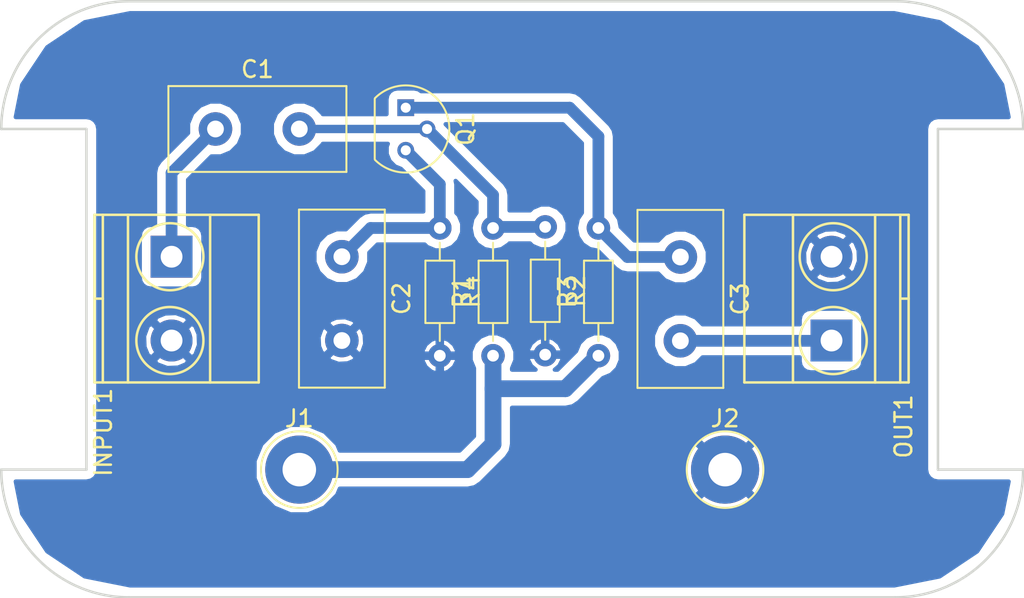
<source format=kicad_pcb>
(kicad_pcb (version 4) (host pcbnew 4.0.6)

  (general
    (links 16)
    (no_connects 0)
    (area 111.684999 76.124999 172.795001 111.835001)
    (thickness 1.6)
    (drawings 12)
    (tracks 24)
    (zones 0)
    (modules 12)
    (nets 8)
  )

  (page A4)
  (title_block
    (title "Single Transistor AMP")
  )

  (layers
    (0 F.Cu signal)
    (31 B.Cu signal)
    (32 B.Adhes user)
    (33 F.Adhes user)
    (34 B.Paste user)
    (35 F.Paste user)
    (36 B.SilkS user)
    (37 F.SilkS user)
    (38 B.Mask user)
    (39 F.Mask user)
    (40 Dwgs.User user)
    (41 Cmts.User user)
    (42 Eco1.User user)
    (43 Eco2.User user)
    (44 Edge.Cuts user)
    (45 Margin user)
    (46 B.CrtYd user)
    (47 F.CrtYd user)
    (48 B.Fab user)
    (49 F.Fab user)
  )

  (setup
    (last_trace_width 1)
    (user_trace_width 0.2)
    (user_trace_width 0.3)
    (user_trace_width 0.5)
    (user_trace_width 0.7)
    (user_trace_width 1)
    (user_trace_width 1.2)
    (trace_clearance 0.25)
    (zone_clearance 0.508)
    (zone_45_only no)
    (trace_min 0.2)
    (segment_width 0.2)
    (edge_width 0.15)
    (via_size 0.6)
    (via_drill 0.4)
    (via_min_size 0.4)
    (via_min_drill 0.3)
    (uvia_size 0.3)
    (uvia_drill 0.1)
    (uvias_allowed no)
    (uvia_min_size 0.2)
    (uvia_min_drill 0.1)
    (pcb_text_width 0.3)
    (pcb_text_size 1.5 1.5)
    (mod_edge_width 0.15)
    (mod_text_size 1 1)
    (mod_text_width 0.15)
    (pad_size 4.064 4.064)
    (pad_drill 2)
    (pad_to_mask_clearance 0.2)
    (aux_axis_origin 0 0)
    (visible_elements 7FFFFFFF)
    (pcbplotparams
      (layerselection 0x010f0_80000001)
      (usegerberextensions false)
      (excludeedgelayer true)
      (linewidth 0.100000)
      (plotframeref false)
      (viasonmask false)
      (mode 1)
      (useauxorigin false)
      (hpglpennumber 1)
      (hpglpenspeed 20)
      (hpglpendiameter 15)
      (hpglpenoverlay 2)
      (psnegative false)
      (psa4output false)
      (plotreference true)
      (plotvalue true)
      (plotinvisibletext false)
      (padsonsilk false)
      (subtractmaskfromsilk false)
      (outputformat 1)
      (mirror false)
      (drillshape 0)
      (scaleselection 1)
      (outputdirectory ""))
  )

  (net 0 "")
  (net 1 "Net-(C1-Pad1)")
  (net 2 "Net-(C1-Pad2)")
  (net 3 "Net-(C2-Pad1)")
  (net 4 GND)
  (net 5 "Net-(C3-Pad1)")
  (net 6 "Net-(C3-Pad2)")
  (net 7 +12V)

  (net_class Default "This is the default net class."
    (clearance 0.25)
    (trace_width 0.25)
    (via_dia 0.6)
    (via_drill 0.4)
    (uvia_dia 0.3)
    (uvia_drill 0.1)
    (add_net "Net-(C1-Pad1)")
    (add_net "Net-(C1-Pad2)")
    (add_net "Net-(C2-Pad1)")
    (add_net "Net-(C3-Pad1)")
    (add_net "Net-(C3-Pad2)")
  )

  (net_class Power ""
    (clearance 0.25)
    (trace_width 0.25)
    (via_dia 0.6)
    (via_drill 0.4)
    (uvia_dia 0.3)
    (uvia_drill 0.1)
    (add_net +12V)
    (add_net GND)
  )

  (module TO_SOT_Packages_THT:TO-92_Molded_Narrow (layer F.Cu) (tedit 58CE52AF) (tstamp 591F2A40)
    (at 135.89 82.55 270)
    (descr "TO-92 leads molded, narrow, drill 0.6mm (see NXP sot054_po.pdf)")
    (tags "to-92 sc-43 sc-43a sot54 PA33 transistor")
    (path /591F19E0)
    (fp_text reference Q1 (at 1.27 -3.56 270) (layer F.SilkS)
      (effects (font (size 1 1) (thickness 0.15)))
    )
    (fp_text value BC548 (at 1.27 2.79 270) (layer F.Fab)
      (effects (font (size 1 1) (thickness 0.15)))
    )
    (fp_text user %R (at 1.27 -3.56 270) (layer F.Fab)
      (effects (font (size 1 1) (thickness 0.15)))
    )
    (fp_line (start -0.53 1.85) (end 3.07 1.85) (layer F.SilkS) (width 0.12))
    (fp_line (start -0.5 1.75) (end 3 1.75) (layer F.Fab) (width 0.1))
    (fp_line (start -1.46 -2.73) (end 4 -2.73) (layer F.CrtYd) (width 0.05))
    (fp_line (start -1.46 -2.73) (end -1.46 2.01) (layer F.CrtYd) (width 0.05))
    (fp_line (start 4 2.01) (end 4 -2.73) (layer F.CrtYd) (width 0.05))
    (fp_line (start 4 2.01) (end -1.46 2.01) (layer F.CrtYd) (width 0.05))
    (fp_arc (start 1.27 0) (end 1.27 -2.48) (angle 135) (layer F.Fab) (width 0.1))
    (fp_arc (start 1.27 0) (end 1.27 -2.6) (angle -135) (layer F.SilkS) (width 0.12))
    (fp_arc (start 1.27 0) (end 1.27 -2.48) (angle -135) (layer F.Fab) (width 0.1))
    (fp_arc (start 1.27 0) (end 1.27 -2.6) (angle 135) (layer F.SilkS) (width 0.12))
    (pad 2 thru_hole circle (at 1.27 -1.27) (size 1 1) (drill 0.6) (layers *.Cu *.Mask)
      (net 2 "Net-(C1-Pad2)"))
    (pad 3 thru_hole circle (at 2.54 0) (size 1 1) (drill 0.6) (layers *.Cu *.Mask)
      (net 3 "Net-(C2-Pad1)"))
    (pad 1 thru_hole rect (at 0 0) (size 1 1) (drill 0.6) (layers *.Cu *.Mask)
      (net 5 "Net-(C3-Pad1)"))
    (model ${KISYS3DMOD}/TO_SOT_Packages_THT.3dshapes/TO-92_Molded_Narrow.wrl
      (at (xyz 0.05 0 0))
      (scale (xyz 1 1 1))
      (rotate (xyz 0 0 -90))
    )
  )

  (module Connectors:1pin (layer F.Cu) (tedit 591F642E) (tstamp 591F6473)
    (at 154.94 104.14)
    (descr "module 1 pin (ou trou mecanique de percage)")
    (tags DEV)
    (path /591F7874)
    (fp_text reference J2 (at 0 -3.048) (layer F.SilkS)
      (effects (font (size 1 1) (thickness 0.15)))
    )
    (fp_text value GND (at 0 3) (layer F.Fab)
      (effects (font (size 1 1) (thickness 0.15)))
    )
    (fp_circle (center 0 0) (end 2 0.8) (layer F.Fab) (width 0.1))
    (fp_circle (center 0 0) (end 2.6 0) (layer F.CrtYd) (width 0.05))
    (fp_circle (center 0 0) (end 0 -2.286) (layer F.SilkS) (width 0.12))
    (pad 1 thru_hole circle (at 0 0) (size 4.064 4.064) (drill 2) (layers *.Cu *.Mask)
      (net 4 GND))
  )

  (module Connectors_Terminal_Blocks:TerminalBlock_Pheonix_MKDS1.5-2pol (layer F.Cu) (tedit 563007E4) (tstamp 591F2A1A)
    (at 121.92 91.44 270)
    (descr "2-way 5mm pitch terminal block, Phoenix MKDS series")
    (path /591F2347)
    (fp_text reference INPUT1 (at 10.475 4.075 270) (layer F.SilkS)
      (effects (font (size 1 1) (thickness 0.15)))
    )
    (fp_text value SIGNAL (at 2.5 -6.6 270) (layer F.Fab)
      (effects (font (size 1 1) (thickness 0.15)))
    )
    (fp_line (start -2.7 -5.4) (end 7.7 -5.4) (layer F.CrtYd) (width 0.05))
    (fp_line (start -2.7 4.8) (end -2.7 -5.4) (layer F.CrtYd) (width 0.05))
    (fp_line (start 7.7 4.8) (end -2.7 4.8) (layer F.CrtYd) (width 0.05))
    (fp_line (start 7.7 -5.4) (end 7.7 4.8) (layer F.CrtYd) (width 0.05))
    (fp_line (start 2.5 4.1) (end 2.5 4.6) (layer F.SilkS) (width 0.15))
    (fp_circle (center 5 0.1) (end 3 0.1) (layer F.SilkS) (width 0.15))
    (fp_circle (center 0 0.1) (end 2 0.1) (layer F.SilkS) (width 0.15))
    (fp_line (start -2.5 2.6) (end 7.5 2.6) (layer F.SilkS) (width 0.15))
    (fp_line (start -2.5 -2.3) (end 7.5 -2.3) (layer F.SilkS) (width 0.15))
    (fp_line (start -2.5 4.1) (end 7.5 4.1) (layer F.SilkS) (width 0.15))
    (fp_line (start -2.5 4.6) (end 7.5 4.6) (layer F.SilkS) (width 0.15))
    (fp_line (start 7.5 4.6) (end 7.5 -5.2) (layer F.SilkS) (width 0.15))
    (fp_line (start 7.5 -5.2) (end -2.5 -5.2) (layer F.SilkS) (width 0.15))
    (fp_line (start -2.5 -5.2) (end -2.5 4.6) (layer F.SilkS) (width 0.15))
    (pad 1 thru_hole rect (at 0 0 270) (size 2.5 2.5) (drill 1.3) (layers *.Cu *.Mask)
      (net 1 "Net-(C1-Pad1)"))
    (pad 2 thru_hole circle (at 5 0 270) (size 2.5 2.5) (drill 1.3) (layers *.Cu *.Mask)
      (net 4 GND))
    (model Terminal_Blocks.3dshapes/TerminalBlock_Pheonix_MKDS1.5-2pol.wrl
      (at (xyz 0.0984 0 0))
      (scale (xyz 1 1 1))
      (rotate (xyz 0 0 0))
    )
  )

  (module Connectors_Terminal_Blocks:TerminalBlock_Pheonix_MKDS1.5-2pol (layer F.Cu) (tedit 563007E4) (tstamp 591F2A2E)
    (at 161.29 96.44 90)
    (descr "2-way 5mm pitch terminal block, Phoenix MKDS series")
    (path /591F2234)
    (fp_text reference OUT1 (at -5.125 4.3 90) (layer F.SilkS)
      (effects (font (size 1 1) (thickness 0.15)))
    )
    (fp_text value Signal (at 2.5 -6.6 90) (layer F.Fab)
      (effects (font (size 1 1) (thickness 0.15)))
    )
    (fp_line (start -2.7 -5.4) (end 7.7 -5.4) (layer F.CrtYd) (width 0.05))
    (fp_line (start -2.7 4.8) (end -2.7 -5.4) (layer F.CrtYd) (width 0.05))
    (fp_line (start 7.7 4.8) (end -2.7 4.8) (layer F.CrtYd) (width 0.05))
    (fp_line (start 7.7 -5.4) (end 7.7 4.8) (layer F.CrtYd) (width 0.05))
    (fp_line (start 2.5 4.1) (end 2.5 4.6) (layer F.SilkS) (width 0.15))
    (fp_circle (center 5 0.1) (end 3 0.1) (layer F.SilkS) (width 0.15))
    (fp_circle (center 0 0.1) (end 2 0.1) (layer F.SilkS) (width 0.15))
    (fp_line (start -2.5 2.6) (end 7.5 2.6) (layer F.SilkS) (width 0.15))
    (fp_line (start -2.5 -2.3) (end 7.5 -2.3) (layer F.SilkS) (width 0.15))
    (fp_line (start -2.5 4.1) (end 7.5 4.1) (layer F.SilkS) (width 0.15))
    (fp_line (start -2.5 4.6) (end 7.5 4.6) (layer F.SilkS) (width 0.15))
    (fp_line (start 7.5 4.6) (end 7.5 -5.2) (layer F.SilkS) (width 0.15))
    (fp_line (start 7.5 -5.2) (end -2.5 -5.2) (layer F.SilkS) (width 0.15))
    (fp_line (start -2.5 -5.2) (end -2.5 4.6) (layer F.SilkS) (width 0.15))
    (pad 1 thru_hole rect (at 0 0 90) (size 2.5 2.5) (drill 1.3) (layers *.Cu *.Mask)
      (net 6 "Net-(C3-Pad2)"))
    (pad 2 thru_hole circle (at 5 0 90) (size 2.5 2.5) (drill 1.3) (layers *.Cu *.Mask)
      (net 4 GND))
    (model Terminal_Blocks.3dshapes/TerminalBlock_Pheonix_MKDS1.5-2pol.wrl
      (at (xyz 0.0984 0 0))
      (scale (xyz 1 1 1))
      (rotate (xyz 0 0 0))
    )
  )

  (module Resistors_THT:R_Axial_DIN0204_L3.6mm_D1.6mm_P7.62mm_Horizontal (layer F.Cu) (tedit 5874F706) (tstamp 591F2A6C)
    (at 144.2085 89.662 270)
    (descr "Resistor, Axial_DIN0204 series, Axial, Horizontal, pin pitch=7.62mm, 0.16666666666666666W = 1/6W, length*diameter=3.6*1.6mm^2, http://cdn-reichelt.de/documents/datenblatt/B400/1_4W%23YAG.pdf")
    (tags "Resistor Axial_DIN0204 series Axial Horizontal pin pitch 7.62mm 0.16666666666666666W = 1/6W length 3.6mm diameter 1.6mm")
    (path /591F1B97)
    (fp_text reference R2 (at 3.81 -1.86 270) (layer F.SilkS)
      (effects (font (size 1 1) (thickness 0.15)))
    )
    (fp_text value 6,8k (at 3.81 1.86 270) (layer F.Fab)
      (effects (font (size 1 1) (thickness 0.15)))
    )
    (fp_line (start 2.01 -0.8) (end 2.01 0.8) (layer F.Fab) (width 0.1))
    (fp_line (start 2.01 0.8) (end 5.61 0.8) (layer F.Fab) (width 0.1))
    (fp_line (start 5.61 0.8) (end 5.61 -0.8) (layer F.Fab) (width 0.1))
    (fp_line (start 5.61 -0.8) (end 2.01 -0.8) (layer F.Fab) (width 0.1))
    (fp_line (start 0 0) (end 2.01 0) (layer F.Fab) (width 0.1))
    (fp_line (start 7.62 0) (end 5.61 0) (layer F.Fab) (width 0.1))
    (fp_line (start 1.95 -0.86) (end 1.95 0.86) (layer F.SilkS) (width 0.12))
    (fp_line (start 1.95 0.86) (end 5.67 0.86) (layer F.SilkS) (width 0.12))
    (fp_line (start 5.67 0.86) (end 5.67 -0.86) (layer F.SilkS) (width 0.12))
    (fp_line (start 5.67 -0.86) (end 1.95 -0.86) (layer F.SilkS) (width 0.12))
    (fp_line (start 0.88 0) (end 1.95 0) (layer F.SilkS) (width 0.12))
    (fp_line (start 6.74 0) (end 5.67 0) (layer F.SilkS) (width 0.12))
    (fp_line (start -0.95 -1.15) (end -0.95 1.15) (layer F.CrtYd) (width 0.05))
    (fp_line (start -0.95 1.15) (end 8.6 1.15) (layer F.CrtYd) (width 0.05))
    (fp_line (start 8.6 1.15) (end 8.6 -1.15) (layer F.CrtYd) (width 0.05))
    (fp_line (start 8.6 -1.15) (end -0.95 -1.15) (layer F.CrtYd) (width 0.05))
    (pad 1 thru_hole circle (at 0 0 270) (size 1.4 1.4) (drill 0.7) (layers *.Cu *.Mask)
      (net 2 "Net-(C1-Pad2)"))
    (pad 2 thru_hole oval (at 7.62 0 270) (size 1.4 1.4) (drill 0.7) (layers *.Cu *.Mask)
      (net 4 GND))
    (model Resistors_THT.3dshapes/R_Axial_DIN0204_L3.6mm_D1.6mm_P7.62mm_Horizontal.wrl
      (at (xyz 0 0 0))
      (scale (xyz 0.393701 0.393701 0.393701))
      (rotate (xyz 0 0 0))
    )
  )

  (module Resistors_THT:R_Axial_DIN0204_L3.6mm_D1.6mm_P7.62mm_Horizontal (layer F.Cu) (tedit 5874F706) (tstamp 591F2A82)
    (at 147.3835 97.3455 90)
    (descr "Resistor, Axial_DIN0204 series, Axial, Horizontal, pin pitch=7.62mm, 0.16666666666666666W = 1/6W, length*diameter=3.6*1.6mm^2, http://cdn-reichelt.de/documents/datenblatt/B400/1_4W%23YAG.pdf")
    (tags "Resistor Axial_DIN0204 series Axial Horizontal pin pitch 7.62mm 0.16666666666666666W = 1/6W length 3.6mm diameter 1.6mm")
    (path /591F1B24)
    (fp_text reference R3 (at 3.81 -1.86 90) (layer F.SilkS)
      (effects (font (size 1 1) (thickness 0.15)))
    )
    (fp_text value 4,7k (at 3.81 1.86 90) (layer F.Fab)
      (effects (font (size 1 1) (thickness 0.15)))
    )
    (fp_line (start 2.01 -0.8) (end 2.01 0.8) (layer F.Fab) (width 0.1))
    (fp_line (start 2.01 0.8) (end 5.61 0.8) (layer F.Fab) (width 0.1))
    (fp_line (start 5.61 0.8) (end 5.61 -0.8) (layer F.Fab) (width 0.1))
    (fp_line (start 5.61 -0.8) (end 2.01 -0.8) (layer F.Fab) (width 0.1))
    (fp_line (start 0 0) (end 2.01 0) (layer F.Fab) (width 0.1))
    (fp_line (start 7.62 0) (end 5.61 0) (layer F.Fab) (width 0.1))
    (fp_line (start 1.95 -0.86) (end 1.95 0.86) (layer F.SilkS) (width 0.12))
    (fp_line (start 1.95 0.86) (end 5.67 0.86) (layer F.SilkS) (width 0.12))
    (fp_line (start 5.67 0.86) (end 5.67 -0.86) (layer F.SilkS) (width 0.12))
    (fp_line (start 5.67 -0.86) (end 1.95 -0.86) (layer F.SilkS) (width 0.12))
    (fp_line (start 0.88 0) (end 1.95 0) (layer F.SilkS) (width 0.12))
    (fp_line (start 6.74 0) (end 5.67 0) (layer F.SilkS) (width 0.12))
    (fp_line (start -0.95 -1.15) (end -0.95 1.15) (layer F.CrtYd) (width 0.05))
    (fp_line (start -0.95 1.15) (end 8.6 1.15) (layer F.CrtYd) (width 0.05))
    (fp_line (start 8.6 1.15) (end 8.6 -1.15) (layer F.CrtYd) (width 0.05))
    (fp_line (start 8.6 -1.15) (end -0.95 -1.15) (layer F.CrtYd) (width 0.05))
    (pad 1 thru_hole circle (at 0 0 90) (size 1.4 1.4) (drill 0.7) (layers *.Cu *.Mask)
      (net 7 +12V))
    (pad 2 thru_hole oval (at 7.62 0 90) (size 1.4 1.4) (drill 0.7) (layers *.Cu *.Mask)
      (net 5 "Net-(C3-Pad1)"))
    (model Resistors_THT.3dshapes/R_Axial_DIN0204_L3.6mm_D1.6mm_P7.62mm_Horizontal.wrl
      (at (xyz 0 0 0))
      (scale (xyz 0.393701 0.393701 0.393701))
      (rotate (xyz 0 0 0))
    )
  )

  (module Resistors_THT:R_Axial_DIN0204_L3.6mm_D1.6mm_P7.62mm_Horizontal (layer F.Cu) (tedit 5874F706) (tstamp 591F2A98)
    (at 137.922 89.7255 270)
    (descr "Resistor, Axial_DIN0204 series, Axial, Horizontal, pin pitch=7.62mm, 0.16666666666666666W = 1/6W, length*diameter=3.6*1.6mm^2, http://cdn-reichelt.de/documents/datenblatt/B400/1_4W%23YAG.pdf")
    (tags "Resistor Axial_DIN0204 series Axial Horizontal pin pitch 7.62mm 0.16666666666666666W = 1/6W length 3.6mm diameter 1.6mm")
    (path /591F1C35)
    (fp_text reference R4 (at 3.81 -1.86 270) (layer F.SilkS)
      (effects (font (size 1 1) (thickness 0.15)))
    )
    (fp_text value 1,8k (at 3.81 1.86 270) (layer F.Fab)
      (effects (font (size 1 1) (thickness 0.15)))
    )
    (fp_line (start 2.01 -0.8) (end 2.01 0.8) (layer F.Fab) (width 0.1))
    (fp_line (start 2.01 0.8) (end 5.61 0.8) (layer F.Fab) (width 0.1))
    (fp_line (start 5.61 0.8) (end 5.61 -0.8) (layer F.Fab) (width 0.1))
    (fp_line (start 5.61 -0.8) (end 2.01 -0.8) (layer F.Fab) (width 0.1))
    (fp_line (start 0 0) (end 2.01 0) (layer F.Fab) (width 0.1))
    (fp_line (start 7.62 0) (end 5.61 0) (layer F.Fab) (width 0.1))
    (fp_line (start 1.95 -0.86) (end 1.95 0.86) (layer F.SilkS) (width 0.12))
    (fp_line (start 1.95 0.86) (end 5.67 0.86) (layer F.SilkS) (width 0.12))
    (fp_line (start 5.67 0.86) (end 5.67 -0.86) (layer F.SilkS) (width 0.12))
    (fp_line (start 5.67 -0.86) (end 1.95 -0.86) (layer F.SilkS) (width 0.12))
    (fp_line (start 0.88 0) (end 1.95 0) (layer F.SilkS) (width 0.12))
    (fp_line (start 6.74 0) (end 5.67 0) (layer F.SilkS) (width 0.12))
    (fp_line (start -0.95 -1.15) (end -0.95 1.15) (layer F.CrtYd) (width 0.05))
    (fp_line (start -0.95 1.15) (end 8.6 1.15) (layer F.CrtYd) (width 0.05))
    (fp_line (start 8.6 1.15) (end 8.6 -1.15) (layer F.CrtYd) (width 0.05))
    (fp_line (start 8.6 -1.15) (end -0.95 -1.15) (layer F.CrtYd) (width 0.05))
    (pad 1 thru_hole circle (at 0 0 270) (size 1.4 1.4) (drill 0.7) (layers *.Cu *.Mask)
      (net 3 "Net-(C2-Pad1)"))
    (pad 2 thru_hole oval (at 7.62 0 270) (size 1.4 1.4) (drill 0.7) (layers *.Cu *.Mask)
      (net 4 GND))
    (model Resistors_THT.3dshapes/R_Axial_DIN0204_L3.6mm_D1.6mm_P7.62mm_Horizontal.wrl
      (at (xyz 0 0 0))
      (scale (xyz 0.393701 0.393701 0.393701))
      (rotate (xyz 0 0 0))
    )
  )

  (module Resistors_THT:R_Axial_DIN0204_L3.6mm_D1.6mm_P7.62mm_Horizontal (layer F.Cu) (tedit 5874F706) (tstamp 591F62AE)
    (at 141.097 97.3455 90)
    (descr "Resistor, Axial_DIN0204 series, Axial, Horizontal, pin pitch=7.62mm, 0.16666666666666666W = 1/6W, length*diameter=3.6*1.6mm^2, http://cdn-reichelt.de/documents/datenblatt/B400/1_4W%23YAG.pdf")
    (tags "Resistor Axial_DIN0204 series Axial Horizontal pin pitch 7.62mm 0.16666666666666666W = 1/6W length 3.6mm diameter 1.6mm")
    (path /591F1BDE)
    (fp_text reference R1 (at 3.81 -1.86 90) (layer F.SilkS)
      (effects (font (size 1 1) (thickness 0.15)))
    )
    (fp_text value 22k (at 3.81 1.86 90) (layer F.Fab)
      (effects (font (size 1 1) (thickness 0.15)))
    )
    (fp_line (start 2.01 -0.8) (end 2.01 0.8) (layer F.Fab) (width 0.1))
    (fp_line (start 2.01 0.8) (end 5.61 0.8) (layer F.Fab) (width 0.1))
    (fp_line (start 5.61 0.8) (end 5.61 -0.8) (layer F.Fab) (width 0.1))
    (fp_line (start 5.61 -0.8) (end 2.01 -0.8) (layer F.Fab) (width 0.1))
    (fp_line (start 0 0) (end 2.01 0) (layer F.Fab) (width 0.1))
    (fp_line (start 7.62 0) (end 5.61 0) (layer F.Fab) (width 0.1))
    (fp_line (start 1.95 -0.86) (end 1.95 0.86) (layer F.SilkS) (width 0.12))
    (fp_line (start 1.95 0.86) (end 5.67 0.86) (layer F.SilkS) (width 0.12))
    (fp_line (start 5.67 0.86) (end 5.67 -0.86) (layer F.SilkS) (width 0.12))
    (fp_line (start 5.67 -0.86) (end 1.95 -0.86) (layer F.SilkS) (width 0.12))
    (fp_line (start 0.88 0) (end 1.95 0) (layer F.SilkS) (width 0.12))
    (fp_line (start 6.74 0) (end 5.67 0) (layer F.SilkS) (width 0.12))
    (fp_line (start -0.95 -1.15) (end -0.95 1.15) (layer F.CrtYd) (width 0.05))
    (fp_line (start -0.95 1.15) (end 8.6 1.15) (layer F.CrtYd) (width 0.05))
    (fp_line (start 8.6 1.15) (end 8.6 -1.15) (layer F.CrtYd) (width 0.05))
    (fp_line (start 8.6 -1.15) (end -0.95 -1.15) (layer F.CrtYd) (width 0.05))
    (pad 1 thru_hole circle (at 0 0 90) (size 1.4 1.4) (drill 0.7) (layers *.Cu *.Mask)
      (net 7 +12V))
    (pad 2 thru_hole oval (at 7.62 0 90) (size 1.4 1.4) (drill 0.7) (layers *.Cu *.Mask)
      (net 2 "Net-(C1-Pad2)"))
    (model Resistors_THT.3dshapes/R_Axial_DIN0204_L3.6mm_D1.6mm_P7.62mm_Horizontal.wrl
      (at (xyz 0 0 0))
      (scale (xyz 0.393701 0.393701 0.393701))
      (rotate (xyz 0 0 0))
    )
  )

  (module Connectors:1pin (layer F.Cu) (tedit 591F6420) (tstamp 591F646B)
    (at 129.54 104.14)
    (descr "module 1 pin (ou trou mecanique de percage)")
    (tags DEV)
    (path /591F7342)
    (fp_text reference J1 (at 0 -3.048) (layer F.SilkS)
      (effects (font (size 1 1) (thickness 0.15)))
    )
    (fp_text value +12V (at 0 3) (layer F.Fab)
      (effects (font (size 1 1) (thickness 0.15)))
    )
    (fp_circle (center 0 0) (end 2 0.8) (layer F.Fab) (width 0.1))
    (fp_circle (center 0 0) (end 2.6 0) (layer F.CrtYd) (width 0.05))
    (fp_circle (center 0 0) (end 0 -2.286) (layer F.SilkS) (width 0.12))
    (pad 1 thru_hole circle (at 0 0) (size 4.064 4.064) (drill 2) (layers *.Cu *.Mask)
      (net 7 +12V))
  )

  (module Capacitors_THT:C_Disc_D10.5mm_W5.0mm_P5.00mm (layer F.Cu) (tedit 58765D06) (tstamp 591F6496)
    (at 124.54 83.82)
    (descr "C, Disc series, Radial, pin pitch=5.00mm, , diameter*width=10.5*5.0mm^2, Capacitor, http://www.vishay.com/docs/28535/vy2series.pdf")
    (tags "C Disc series Radial pin pitch 5.00mm  diameter 10.5mm width 5.0mm Capacitor")
    (path /591F68E4)
    (fp_text reference C1 (at 2.5 -3.56) (layer F.SilkS)
      (effects (font (size 1 1) (thickness 0.15)))
    )
    (fp_text value 20uF (at 2.5 3.56) (layer F.Fab)
      (effects (font (size 1 1) (thickness 0.15)))
    )
    (fp_line (start -2.75 -2.5) (end -2.75 2.5) (layer F.Fab) (width 0.1))
    (fp_line (start -2.75 2.5) (end 7.75 2.5) (layer F.Fab) (width 0.1))
    (fp_line (start 7.75 2.5) (end 7.75 -2.5) (layer F.Fab) (width 0.1))
    (fp_line (start 7.75 -2.5) (end -2.75 -2.5) (layer F.Fab) (width 0.1))
    (fp_line (start -2.81 -2.56) (end 7.81 -2.56) (layer F.SilkS) (width 0.12))
    (fp_line (start -2.81 2.56) (end 7.81 2.56) (layer F.SilkS) (width 0.12))
    (fp_line (start -2.81 -2.56) (end -2.81 2.56) (layer F.SilkS) (width 0.12))
    (fp_line (start 7.81 -2.56) (end 7.81 2.56) (layer F.SilkS) (width 0.12))
    (fp_line (start -3.1 -2.85) (end -3.1 2.85) (layer F.CrtYd) (width 0.05))
    (fp_line (start -3.1 2.85) (end 8.1 2.85) (layer F.CrtYd) (width 0.05))
    (fp_line (start 8.1 2.85) (end 8.1 -2.85) (layer F.CrtYd) (width 0.05))
    (fp_line (start 8.1 -2.85) (end -3.1 -2.85) (layer F.CrtYd) (width 0.05))
    (pad 1 thru_hole circle (at 0 0) (size 2 2) (drill 1) (layers *.Cu *.Mask)
      (net 1 "Net-(C1-Pad1)"))
    (pad 2 thru_hole circle (at 5 0) (size 2 2) (drill 1) (layers *.Cu *.Mask)
      (net 2 "Net-(C1-Pad2)"))
    (model Capacitors_THT.3dshapes/C_Disc_D10.5mm_W5.0mm_P5.00mm.wrl
      (at (xyz 0 0 0))
      (scale (xyz 0.393701 0.393701 0.393701))
      (rotate (xyz 0 0 0))
    )
  )

  (module Capacitors_THT:C_Disc_D10.5mm_W5.0mm_P5.00mm (layer F.Cu) (tedit 58765D06) (tstamp 591F649C)
    (at 132.08 91.44 270)
    (descr "C, Disc series, Radial, pin pitch=5.00mm, , diameter*width=10.5*5.0mm^2, Capacitor, http://www.vishay.com/docs/28535/vy2series.pdf")
    (tags "C Disc series Radial pin pitch 5.00mm  diameter 10.5mm width 5.0mm Capacitor")
    (path /591F6AD3)
    (fp_text reference C2 (at 2.5 -3.56 270) (layer F.SilkS)
      (effects (font (size 1 1) (thickness 0.15)))
    )
    (fp_text value 50uF (at 2.5 3.56 270) (layer F.Fab)
      (effects (font (size 1 1) (thickness 0.15)))
    )
    (fp_line (start -2.75 -2.5) (end -2.75 2.5) (layer F.Fab) (width 0.1))
    (fp_line (start -2.75 2.5) (end 7.75 2.5) (layer F.Fab) (width 0.1))
    (fp_line (start 7.75 2.5) (end 7.75 -2.5) (layer F.Fab) (width 0.1))
    (fp_line (start 7.75 -2.5) (end -2.75 -2.5) (layer F.Fab) (width 0.1))
    (fp_line (start -2.81 -2.56) (end 7.81 -2.56) (layer F.SilkS) (width 0.12))
    (fp_line (start -2.81 2.56) (end 7.81 2.56) (layer F.SilkS) (width 0.12))
    (fp_line (start -2.81 -2.56) (end -2.81 2.56) (layer F.SilkS) (width 0.12))
    (fp_line (start 7.81 -2.56) (end 7.81 2.56) (layer F.SilkS) (width 0.12))
    (fp_line (start -3.1 -2.85) (end -3.1 2.85) (layer F.CrtYd) (width 0.05))
    (fp_line (start -3.1 2.85) (end 8.1 2.85) (layer F.CrtYd) (width 0.05))
    (fp_line (start 8.1 2.85) (end 8.1 -2.85) (layer F.CrtYd) (width 0.05))
    (fp_line (start 8.1 -2.85) (end -3.1 -2.85) (layer F.CrtYd) (width 0.05))
    (pad 1 thru_hole circle (at 0 0 270) (size 2 2) (drill 1) (layers *.Cu *.Mask)
      (net 3 "Net-(C2-Pad1)"))
    (pad 2 thru_hole circle (at 5 0 270) (size 2 2) (drill 1) (layers *.Cu *.Mask)
      (net 4 GND))
    (model Capacitors_THT.3dshapes/C_Disc_D10.5mm_W5.0mm_P5.00mm.wrl
      (at (xyz 0 0 0))
      (scale (xyz 0.393701 0.393701 0.393701))
      (rotate (xyz 0 0 0))
    )
  )

  (module Capacitors_THT:C_Disc_D10.5mm_W5.0mm_P5.00mm (layer F.Cu) (tedit 58765D06) (tstamp 591F64A2)
    (at 152.273 91.4565 270)
    (descr "C, Disc series, Radial, pin pitch=5.00mm, , diameter*width=10.5*5.0mm^2, Capacitor, http://www.vishay.com/docs/28535/vy2series.pdf")
    (tags "C Disc series Radial pin pitch 5.00mm  diameter 10.5mm width 5.0mm Capacitor")
    (path /591F6A24)
    (fp_text reference C3 (at 2.5 -3.56 270) (layer F.SilkS)
      (effects (font (size 1 1) (thickness 0.15)))
    )
    (fp_text value 20uF (at 2.5 3.56 270) (layer F.Fab)
      (effects (font (size 1 1) (thickness 0.15)))
    )
    (fp_line (start -2.75 -2.5) (end -2.75 2.5) (layer F.Fab) (width 0.1))
    (fp_line (start -2.75 2.5) (end 7.75 2.5) (layer F.Fab) (width 0.1))
    (fp_line (start 7.75 2.5) (end 7.75 -2.5) (layer F.Fab) (width 0.1))
    (fp_line (start 7.75 -2.5) (end -2.75 -2.5) (layer F.Fab) (width 0.1))
    (fp_line (start -2.81 -2.56) (end 7.81 -2.56) (layer F.SilkS) (width 0.12))
    (fp_line (start -2.81 2.56) (end 7.81 2.56) (layer F.SilkS) (width 0.12))
    (fp_line (start -2.81 -2.56) (end -2.81 2.56) (layer F.SilkS) (width 0.12))
    (fp_line (start 7.81 -2.56) (end 7.81 2.56) (layer F.SilkS) (width 0.12))
    (fp_line (start -3.1 -2.85) (end -3.1 2.85) (layer F.CrtYd) (width 0.05))
    (fp_line (start -3.1 2.85) (end 8.1 2.85) (layer F.CrtYd) (width 0.05))
    (fp_line (start 8.1 2.85) (end 8.1 -2.85) (layer F.CrtYd) (width 0.05))
    (fp_line (start 8.1 -2.85) (end -3.1 -2.85) (layer F.CrtYd) (width 0.05))
    (pad 1 thru_hole circle (at 0 0 270) (size 2 2) (drill 1) (layers *.Cu *.Mask)
      (net 5 "Net-(C3-Pad1)"))
    (pad 2 thru_hole circle (at 5 0 270) (size 2 2) (drill 1) (layers *.Cu *.Mask)
      (net 6 "Net-(C3-Pad2)"))
    (model Capacitors_THT.3dshapes/C_Disc_D10.5mm_W5.0mm_P5.00mm.wrl
      (at (xyz 0 0 0))
      (scale (xyz 0.393701 0.393701 0.393701))
      (rotate (xyz 0 0 0))
    )
  )

  (gr_line (start 116.84 83.82) (end 111.76 83.82) (layer Edge.Cuts) (width 0.15))
  (gr_line (start 116.84 104.14) (end 116.84 83.82) (layer Edge.Cuts) (width 0.15))
  (gr_line (start 111.76 104.14) (end 116.84 104.14) (layer Edge.Cuts) (width 0.15))
  (gr_line (start 167.64 83.82) (end 172.72 83.82) (layer Edge.Cuts) (width 0.15))
  (gr_line (start 167.64 104.14) (end 167.64 83.82) (layer Edge.Cuts) (width 0.15))
  (gr_line (start 172.72 104.14) (end 167.64 104.14) (layer Edge.Cuts) (width 0.15))
  (gr_line (start 119.38 111.76) (end 165.1 111.76) (layer Edge.Cuts) (width 0.15))
  (gr_arc (start 119.38 104.14) (end 119.38 111.76) (angle 90) (layer Edge.Cuts) (width 0.15) (tstamp 591F6FC4))
  (gr_arc (start 165.1 104.14) (end 172.72 104.14) (angle 90) (layer Edge.Cuts) (width 0.15) (tstamp 591F6F82))
  (gr_line (start 165.1 76.2) (end 119.38 76.2) (layer Edge.Cuts) (width 0.15))
  (gr_arc (start 119.38 83.82) (end 111.76 83.82) (angle 90) (layer Edge.Cuts) (width 0.15) (tstamp 591F45C9))
  (gr_arc (start 165.1 83.82) (end 165.1 76.2) (angle 90) (layer Edge.Cuts) (width 0.15))

  (segment (start 121.92 91.44) (end 121.92 86.44) (width 0.7) (layer B.Cu) (net 1))
  (segment (start 121.92 86.44) (end 124.54 83.82) (width 0.7) (layer B.Cu) (net 1))
  (segment (start 137.16 83.82) (end 141.097 87.757) (width 0.7) (layer B.Cu) (net 2))
  (segment (start 141.097 87.757) (end 141.097 89.7255) (width 0.7) (layer B.Cu) (net 2))
  (segment (start 144.2085 89.662) (end 141.1605 89.662) (width 0.7) (layer B.Cu) (net 2))
  (segment (start 141.1605 89.662) (end 141.097 89.7255) (width 0.7) (layer B.Cu) (net 2))
  (segment (start 129.54 83.82) (end 137.16 83.82) (width 0.5) (layer B.Cu) (net 2))
  (segment (start 137.922 89.7255) (end 133.7945 89.7255) (width 0.7) (layer B.Cu) (net 3))
  (segment (start 133.7945 89.7255) (end 132.08 91.44) (width 0.7) (layer B.Cu) (net 3))
  (segment (start 137.922 89.7255) (end 137.922 87.122) (width 0.7) (layer B.Cu) (net 3))
  (segment (start 137.922 87.122) (end 135.89 85.09) (width 0.7) (layer B.Cu) (net 3))
  (segment (start 152.273 91.4565) (end 149.1145 91.4565) (width 0.7) (layer B.Cu) (net 5))
  (segment (start 149.1145 91.4565) (end 147.3835 89.7255) (width 0.7) (layer B.Cu) (net 5))
  (segment (start 145.669 82.55) (end 147.3835 84.2645) (width 0.7) (layer B.Cu) (net 5))
  (segment (start 147.3835 84.2645) (end 147.3835 89.7255) (width 0.7) (layer B.Cu) (net 5))
  (segment (start 135.89 82.55) (end 145.669 82.55) (width 0.7) (layer B.Cu) (net 5))
  (segment (start 152.273 96.4565) (end 161.2735 96.4565) (width 0.7) (layer B.Cu) (net 6))
  (segment (start 161.2735 96.4565) (end 161.29 96.44) (width 0.7) (layer B.Cu) (net 6))
  (segment (start 141.097 97.3455) (end 141.097 99.314) (width 1) (layer B.Cu) (net 7))
  (segment (start 141.097 99.314) (end 141.097 102.616) (width 1) (layer B.Cu) (net 7))
  (segment (start 147.3835 97.3455) (end 145.415 99.314) (width 1) (layer B.Cu) (net 7))
  (segment (start 145.415 99.314) (end 141.097 99.314) (width 1) (layer B.Cu) (net 7))
  (segment (start 141.097 102.616) (end 139.573 104.14) (width 1) (layer B.Cu) (net 7))
  (segment (start 139.573 104.14) (end 129.54 104.14) (width 1) (layer B.Cu) (net 7))

  (zone (net 4) (net_name GND) (layer B.Cu) (tstamp 0) (hatch edge 0.508)
    (connect_pads (clearance 0.508))
    (min_thickness 0.25)
    (fill yes (arc_segments 16) (thermal_gap 0.25) (thermal_bridge_width 0.508))
    (polygon
      (pts
        (xy 116.84 83.82) (xy 111.76 83.82) (xy 111.76 82.931) (xy 112.141 81.407) (xy 112.395 80.645)
        (xy 113.03 79.502) (xy 113.538 78.867) (xy 114.3 78.105) (xy 114.935 77.597) (xy 115.697 77.089)
        (xy 116.332 76.835) (xy 117.221 76.454) (xy 117.856 76.327) (xy 118.618 76.2) (xy 119.507 76.2)
        (xy 165.354 76.2) (xy 166.751 76.327) (xy 168.021 76.708) (xy 169.164 77.343) (xy 170.053 77.978)
        (xy 170.942 78.867) (xy 171.577 79.756) (xy 172.085 80.645) (xy 172.466 81.661) (xy 172.72 82.804)
        (xy 172.72 83.82) (xy 167.64 83.82) (xy 167.64 104.14) (xy 172.72 104.14) (xy 172.72 104.775)
        (xy 172.466 106.299) (xy 171.577 108.204) (xy 171.069 108.839) (xy 170.688 109.347) (xy 170.18 109.855)
        (xy 169.799 110.236) (xy 169.291 110.617) (xy 168.529 110.998) (xy 168.021 111.252) (xy 167.132 111.506)
        (xy 166.243 111.76) (xy 165.354 111.76) (xy 118.999 111.76) (xy 117.983 111.633) (xy 116.332 111.125)
        (xy 115.062 110.49) (xy 113.919 109.601) (xy 113.03 108.458) (xy 112.649 107.823) (xy 112.014 106.426)
        (xy 111.76 105.283) (xy 111.76 104.14) (xy 116.84 104.14)
      )
    )
    (filled_polygon
      (pts
        (xy 167.739799 77.446959) (xy 169.977713 78.942284) (xy 171.473041 81.1802) (xy 171.857299 83.112) (xy 167.64 83.112)
        (xy 167.36906 83.165893) (xy 167.139368 83.319368) (xy 166.985893 83.54906) (xy 166.932 83.82) (xy 166.932 104.14)
        (xy 166.985893 104.41094) (xy 167.139368 104.640632) (xy 167.36906 104.794107) (xy 167.64 104.848) (xy 171.857299 104.848)
        (xy 171.473041 106.7798) (xy 169.977713 109.017716) (xy 167.739799 110.513041) (xy 165.030268 111.052) (xy 119.449732 111.052)
        (xy 116.7402 110.513041) (xy 114.502284 109.017713) (xy 113.006959 106.779799) (xy 112.622701 104.848) (xy 116.84 104.848)
        (xy 117.11094 104.794107) (xy 117.300008 104.667776) (xy 126.874539 104.667776) (xy 127.279406 105.647629) (xy 128.028428 106.397959)
        (xy 129.007573 106.804536) (xy 130.067776 106.805461) (xy 131.047629 106.400594) (xy 131.55132 105.897781) (xy 153.364652 105.897781)
        (xy 153.603841 106.198534) (xy 154.493316 106.553163) (xy 155.450796 106.54041) (xy 156.276159 106.198534) (xy 156.515348 105.897781)
        (xy 154.94 104.322434) (xy 153.364652 105.897781) (xy 131.55132 105.897781) (xy 131.797959 105.651572) (xy 131.955156 105.273)
        (xy 139.573 105.273) (xy 140.006581 105.186756) (xy 140.374152 104.941152) (xy 141.621988 103.693316) (xy 152.526837 103.693316)
        (xy 152.53959 104.650796) (xy 152.881466 105.476159) (xy 153.182219 105.715348) (xy 154.757566 104.14) (xy 155.122434 104.14)
        (xy 156.697781 105.715348) (xy 156.998534 105.476159) (xy 157.353163 104.586684) (xy 157.34041 103.629204) (xy 156.998534 102.803841)
        (xy 156.697781 102.564652) (xy 155.122434 104.14) (xy 154.757566 104.14) (xy 153.182219 102.564652) (xy 152.881466 102.803841)
        (xy 152.526837 103.693316) (xy 141.621988 103.693316) (xy 141.898152 103.417152) (xy 141.950473 103.338848) (xy 142.143756 103.04958)
        (xy 142.23 102.616) (xy 142.23 102.382219) (xy 153.364652 102.382219) (xy 154.94 103.957566) (xy 156.515348 102.382219)
        (xy 156.276159 102.081466) (xy 155.386684 101.726837) (xy 154.429204 101.73959) (xy 153.603841 102.081466) (xy 153.364652 102.382219)
        (xy 142.23 102.382219) (xy 142.23 100.447) (xy 145.415 100.447) (xy 145.848581 100.360756) (xy 146.216152 100.115152)
        (xy 147.656154 98.67515) (xy 148.137597 98.476221) (xy 148.512903 98.10157) (xy 148.716268 97.611813) (xy 148.716731 97.081513)
        (xy 148.592107 96.779899) (xy 150.639718 96.779899) (xy 150.887803 97.380312) (xy 151.346772 97.840082) (xy 151.946751 98.089216)
        (xy 152.596399 98.089782) (xy 153.196812 97.841697) (xy 153.599711 97.4395) (xy 159.394599 97.4395) (xy 159.394599 97.69)
        (xy 159.438737 97.924576) (xy 159.577372 98.140019) (xy 159.788903 98.284553) (xy 160.04 98.335401) (xy 162.54 98.335401)
        (xy 162.774576 98.291263) (xy 162.990019 98.152628) (xy 163.134553 97.941097) (xy 163.185401 97.69) (xy 163.185401 95.19)
        (xy 163.141263 94.955424) (xy 163.002628 94.739981) (xy 162.791097 94.595447) (xy 162.54 94.544599) (xy 160.04 94.544599)
        (xy 159.805424 94.588737) (xy 159.589981 94.727372) (xy 159.445447 94.938903) (xy 159.394599 95.19) (xy 159.394599 95.4735)
        (xy 153.599112 95.4735) (xy 153.199228 95.072918) (xy 152.599249 94.823784) (xy 151.949601 94.823218) (xy 151.349188 95.071303)
        (xy 150.889418 95.530272) (xy 150.640284 96.130251) (xy 150.639718 96.779899) (xy 148.592107 96.779899) (xy 148.514221 96.591403)
        (xy 148.13957 96.216097) (xy 147.649813 96.012732) (xy 147.119513 96.012269) (xy 146.629403 96.214779) (xy 146.254097 96.58943)
        (xy 146.053021 97.073675) (xy 144.945696 98.181) (xy 144.778805 98.181) (xy 145.051074 97.949625) (xy 145.242426 97.576366)
        (xy 145.181996 97.411) (xy 144.3375 97.411) (xy 144.3375 97.431) (xy 144.0795 97.431) (xy 144.0795 97.411)
        (xy 143.235004 97.411) (xy 143.174574 97.576366) (xy 143.365926 97.949625) (xy 143.638195 98.181) (xy 142.23 98.181)
        (xy 142.23 98.092907) (xy 142.429768 97.611813) (xy 142.430231 97.081513) (xy 142.391441 96.987634) (xy 143.174574 96.987634)
        (xy 143.235004 97.153) (xy 144.0795 97.153) (xy 144.0795 96.309266) (xy 144.3375 96.309266) (xy 144.3375 97.153)
        (xy 145.181996 97.153) (xy 145.242426 96.987634) (xy 145.051074 96.614375) (xy 144.731448 96.342756) (xy 144.502864 96.248087)
        (xy 144.3375 96.309266) (xy 144.0795 96.309266) (xy 143.914136 96.248087) (xy 143.685552 96.342756) (xy 143.365926 96.614375)
        (xy 143.174574 96.987634) (xy 142.391441 96.987634) (xy 142.227721 96.591403) (xy 141.85307 96.216097) (xy 141.363313 96.012732)
        (xy 140.833013 96.012269) (xy 140.342903 96.214779) (xy 139.967597 96.58943) (xy 139.764232 97.079187) (xy 139.763769 97.609487)
        (xy 139.964 98.094081) (xy 139.964 102.146696) (xy 139.103696 103.007) (xy 131.955388 103.007) (xy 131.800594 102.632371)
        (xy 131.051572 101.882041) (xy 130.072427 101.475464) (xy 129.012224 101.474539) (xy 128.032371 101.879406) (xy 127.282041 102.628428)
        (xy 126.875464 103.607573) (xy 126.874539 104.667776) (xy 117.300008 104.667776) (xy 117.340632 104.640632) (xy 117.494107 104.41094)
        (xy 117.548 104.14) (xy 117.548 97.632715) (xy 120.909718 97.632715) (xy 121.053456 97.852163) (xy 121.659829 98.07628)
        (xy 122.30581 98.051288) (xy 122.786544 97.852163) (xy 122.930282 97.632715) (xy 122.749304 97.451737) (xy 131.250697 97.451737)
        (xy 131.363821 97.645204) (xy 131.879549 97.827534) (xy 132.425794 97.798624) (xy 132.796179 97.645204) (xy 132.7993 97.639866)
        (xy 136.888074 97.639866) (xy 137.079426 98.013125) (xy 137.399052 98.284744) (xy 137.627636 98.379413) (xy 137.793 98.318234)
        (xy 137.793 97.4745) (xy 138.051 97.4745) (xy 138.051 98.318234) (xy 138.216364 98.379413) (xy 138.444948 98.284744)
        (xy 138.764574 98.013125) (xy 138.955926 97.639866) (xy 138.895496 97.4745) (xy 138.051 97.4745) (xy 137.793 97.4745)
        (xy 136.948504 97.4745) (xy 136.888074 97.639866) (xy 132.7993 97.639866) (xy 132.909303 97.451737) (xy 132.08 96.622434)
        (xy 131.250697 97.451737) (xy 122.749304 97.451737) (xy 121.92 96.622434) (xy 120.909718 97.632715) (xy 117.548 97.632715)
        (xy 117.548 96.179829) (xy 120.28372 96.179829) (xy 120.308712 96.82581) (xy 120.507837 97.306544) (xy 120.727285 97.450282)
        (xy 121.737566 96.44) (xy 122.102434 96.44) (xy 123.112715 97.450282) (xy 123.332163 97.306544) (xy 123.55628 96.700171)
        (xy 123.53846 96.239549) (xy 130.692466 96.239549) (xy 130.721376 96.785794) (xy 130.874796 97.156179) (xy 131.068263 97.269303)
        (xy 131.897566 96.44) (xy 132.262434 96.44) (xy 133.091737 97.269303) (xy 133.285204 97.156179) (xy 133.322341 97.051134)
        (xy 136.888074 97.051134) (xy 136.948504 97.2165) (xy 137.793 97.2165) (xy 137.793 96.372766) (xy 138.051 96.372766)
        (xy 138.051 97.2165) (xy 138.895496 97.2165) (xy 138.955926 97.051134) (xy 138.764574 96.677875) (xy 138.444948 96.406256)
        (xy 138.216364 96.311587) (xy 138.051 96.372766) (xy 137.793 96.372766) (xy 137.627636 96.311587) (xy 137.399052 96.406256)
        (xy 137.079426 96.677875) (xy 136.888074 97.051134) (xy 133.322341 97.051134) (xy 133.467534 96.640451) (xy 133.438624 96.094206)
        (xy 133.285204 95.723821) (xy 133.091737 95.610697) (xy 132.262434 96.44) (xy 131.897566 96.44) (xy 131.068263 95.610697)
        (xy 130.874796 95.723821) (xy 130.692466 96.239549) (xy 123.53846 96.239549) (xy 123.531288 96.05419) (xy 123.332163 95.573456)
        (xy 123.112715 95.429718) (xy 122.102434 96.44) (xy 121.737566 96.44) (xy 120.727285 95.429718) (xy 120.507837 95.573456)
        (xy 120.28372 96.179829) (xy 117.548 96.179829) (xy 117.548 95.247285) (xy 120.909718 95.247285) (xy 121.92 96.257566)
        (xy 122.749303 95.428263) (xy 131.250697 95.428263) (xy 132.08 96.257566) (xy 132.909303 95.428263) (xy 132.796179 95.234796)
        (xy 132.280451 95.052466) (xy 131.734206 95.081376) (xy 131.363821 95.234796) (xy 131.250697 95.428263) (xy 122.749303 95.428263)
        (xy 122.930282 95.247285) (xy 122.786544 95.027837) (xy 122.180171 94.80372) (xy 121.53419 94.828712) (xy 121.053456 95.027837)
        (xy 120.909718 95.247285) (xy 117.548 95.247285) (xy 117.548 90.19) (xy 120.024599 90.19) (xy 120.024599 92.69)
        (xy 120.068737 92.924576) (xy 120.207372 93.140019) (xy 120.418903 93.284553) (xy 120.67 93.335401) (xy 123.17 93.335401)
        (xy 123.404576 93.291263) (xy 123.620019 93.152628) (xy 123.764553 92.941097) (xy 123.815401 92.69) (xy 123.815401 90.19)
        (xy 123.771263 89.955424) (xy 123.632628 89.739981) (xy 123.421097 89.595447) (xy 123.17 89.544599) (xy 122.903 89.544599)
        (xy 122.903 86.847172) (xy 124.297383 85.452789) (xy 124.863399 85.453282) (xy 125.463812 85.205197) (xy 125.923582 84.746228)
        (xy 126.172716 84.146249) (xy 126.172718 84.143399) (xy 127.906718 84.143399) (xy 128.154803 84.743812) (xy 128.613772 85.203582)
        (xy 129.213751 85.452716) (xy 129.863399 85.453282) (xy 130.463812 85.205197) (xy 130.923582 84.746228) (xy 130.941532 84.703)
        (xy 134.823902 84.703) (xy 134.757197 84.863644) (xy 134.756804 85.314379) (xy 134.928929 85.730955) (xy 135.247369 86.049951)
        (xy 135.610609 86.200781) (xy 136.939 87.529172) (xy 136.939 88.7425) (xy 133.7945 88.7425) (xy 133.418322 88.817326)
        (xy 133.099414 89.030414) (xy 132.322617 89.807211) (xy 131.756601 89.806718) (xy 131.156188 90.054803) (xy 130.696418 90.513772)
        (xy 130.447284 91.113751) (xy 130.446718 91.763399) (xy 130.694803 92.363812) (xy 131.153772 92.823582) (xy 131.753751 93.072716)
        (xy 132.403399 93.073282) (xy 133.003812 92.825197) (xy 133.463582 92.366228) (xy 133.712716 91.766249) (xy 133.713212 91.19696)
        (xy 134.201672 90.7085) (xy 137.019783 90.7085) (xy 137.16593 90.854903) (xy 137.655687 91.058268) (xy 138.185987 91.058731)
        (xy 138.676097 90.856221) (xy 139.051403 90.48157) (xy 139.254768 89.991813) (xy 139.255231 89.461513) (xy 139.052721 88.971403)
        (xy 138.905 88.823424) (xy 138.905 87.122) (xy 138.863576 86.913748) (xy 140.114 88.164172) (xy 140.114 88.817315)
        (xy 139.865469 89.189268) (xy 139.764 89.699385) (xy 139.764 89.751615) (xy 139.865469 90.261732) (xy 140.154427 90.694188)
        (xy 140.586883 90.983146) (xy 141.097 91.084615) (xy 141.607117 90.983146) (xy 142.039573 90.694188) (xy 142.072439 90.645)
        (xy 143.306283 90.645) (xy 143.45243 90.791403) (xy 143.942187 90.994768) (xy 144.472487 90.995231) (xy 144.962597 90.792721)
        (xy 145.337903 90.41807) (xy 145.541268 89.928313) (xy 145.541731 89.398013) (xy 145.339221 88.907903) (xy 144.96457 88.532597)
        (xy 144.474813 88.329232) (xy 143.944513 88.328769) (xy 143.454403 88.531279) (xy 143.306424 88.679) (xy 142.08 88.679)
        (xy 142.08 87.757) (xy 142.005174 87.380822) (xy 141.792086 87.061914) (xy 138.270244 83.540072) (xy 138.267322 83.533)
        (xy 145.261828 83.533) (xy 146.4005 84.671672) (xy 146.4005 88.817315) (xy 146.151969 89.189268) (xy 146.0505 89.699385)
        (xy 146.0505 89.751615) (xy 146.151969 90.261732) (xy 146.440927 90.694188) (xy 146.873383 90.983146) (xy 147.344731 91.076903)
        (xy 148.419414 92.151586) (xy 148.738322 92.364674) (xy 149.1145 92.4395) (xy 150.946888 92.4395) (xy 151.346772 92.840082)
        (xy 151.946751 93.089216) (xy 152.596399 93.089782) (xy 153.196812 92.841697) (xy 153.406158 92.632715) (xy 160.279718 92.632715)
        (xy 160.423456 92.852163) (xy 161.029829 93.07628) (xy 161.67581 93.051288) (xy 162.156544 92.852163) (xy 162.300282 92.632715)
        (xy 161.29 91.622434) (xy 160.279718 92.632715) (xy 153.406158 92.632715) (xy 153.656582 92.382728) (xy 153.905716 91.782749)
        (xy 153.906241 91.179829) (xy 159.65372 91.179829) (xy 159.678712 91.82581) (xy 159.877837 92.306544) (xy 160.097285 92.450282)
        (xy 161.107566 91.44) (xy 161.472434 91.44) (xy 162.482715 92.450282) (xy 162.702163 92.306544) (xy 162.92628 91.700171)
        (xy 162.901288 91.05419) (xy 162.702163 90.573456) (xy 162.482715 90.429718) (xy 161.472434 91.44) (xy 161.107566 91.44)
        (xy 160.097285 90.429718) (xy 159.877837 90.573456) (xy 159.65372 91.179829) (xy 153.906241 91.179829) (xy 153.906282 91.133101)
        (xy 153.658197 90.532688) (xy 153.373292 90.247285) (xy 160.279718 90.247285) (xy 161.29 91.257566) (xy 162.300282 90.247285)
        (xy 162.156544 90.027837) (xy 161.550171 89.80372) (xy 160.90419 89.828712) (xy 160.423456 90.027837) (xy 160.279718 90.247285)
        (xy 153.373292 90.247285) (xy 153.199228 90.072918) (xy 152.599249 89.823784) (xy 151.949601 89.823218) (xy 151.349188 90.071303)
        (xy 150.946289 90.4735) (xy 149.521672 90.4735) (xy 148.708788 89.660616) (xy 148.615031 89.189268) (xy 148.3665 88.817315)
        (xy 148.3665 84.2645) (xy 148.291674 83.888322) (xy 148.078586 83.569414) (xy 146.364086 81.854914) (xy 146.045178 81.641826)
        (xy 145.669 81.567) (xy 136.804359 81.567) (xy 136.641097 81.455447) (xy 136.39 81.404599) (xy 135.39 81.404599)
        (xy 135.155424 81.448737) (xy 134.939981 81.587372) (xy 134.795447 81.798903) (xy 134.744599 82.05) (xy 134.744599 82.937)
        (xy 130.94206 82.937) (xy 130.925197 82.896188) (xy 130.466228 82.436418) (xy 129.866249 82.187284) (xy 129.216601 82.186718)
        (xy 128.616188 82.434803) (xy 128.156418 82.893772) (xy 127.907284 83.493751) (xy 127.906718 84.143399) (xy 126.172718 84.143399)
        (xy 126.173282 83.496601) (xy 125.925197 82.896188) (xy 125.466228 82.436418) (xy 124.866249 82.187284) (xy 124.216601 82.186718)
        (xy 123.616188 82.434803) (xy 123.156418 82.893772) (xy 122.907284 83.493751) (xy 122.906788 84.06304) (xy 121.224914 85.744914)
        (xy 121.011826 86.063822) (xy 120.937 86.44) (xy 120.937 89.544599) (xy 120.67 89.544599) (xy 120.435424 89.588737)
        (xy 120.219981 89.727372) (xy 120.075447 89.938903) (xy 120.024599 90.19) (xy 117.548 90.19) (xy 117.548 83.82)
        (xy 117.494107 83.54906) (xy 117.340632 83.319368) (xy 117.11094 83.165893) (xy 116.84 83.112) (xy 112.622701 83.112)
        (xy 113.006959 81.180201) (xy 114.502284 78.942287) (xy 116.7402 77.446959) (xy 119.449732 76.908) (xy 165.030268 76.908)
      )
    )
  )
)

</source>
